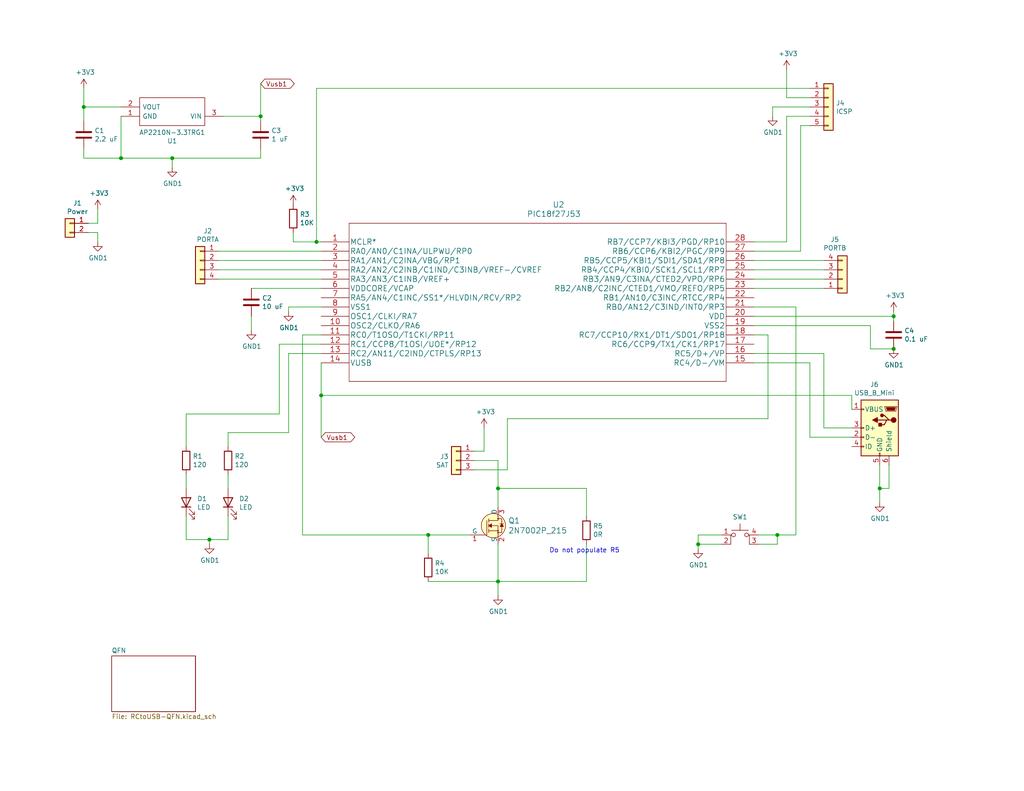
<source format=kicad_sch>
(kicad_sch (version 20211123) (generator eeschema)
  (paper "USLetter")
  (title_block (title "RCtoUSB") (rev "1.0") (company "Quantum Embedded Systems"))
  (lib_symbols
    (symbol "Connector:USB_B_Mini" (pin_names (offset 1.016))
      (property "Reference" "J" (at -5.08 11.43 0))
      (property "Value" "USB_B_Mini" (at -5.08 8.89 0))
      (symbol "USB_B_Mini_0_1"
        (rectangle (start -5.08 -7.62) (end 5.08 7.62) (stroke (width 0.254)) (fill (type background)))
        (circle (center -3.81 2.159) (radius 0.635) (stroke (width 0.254)) (fill (type outline)))
        (circle (center -0.635 3.429) (radius 0.381) (stroke (width 0.254)) (fill (type outline)))
        (rectangle (start -0.127 -7.62) (end 0.127 -6.858))
        (polyline (pts (xy -1.905 2.159) (xy 0.635 2.159)) (stroke (width 0.254)))
        (polyline (pts (xy -3.175 2.159) (xy -2.54 2.159) (xy -1.27 3.429) (xy -0.635 3.429)) (stroke (width 0.254)))
        (polyline (pts (xy -2.54 2.159) (xy -1.905 2.159) (xy -1.27 0.889) (xy 0 0.889)) (stroke (width 0.254)))
        (polyline (pts (xy 0.635 2.794) (xy 0.635 1.524) (xy 1.905 2.159) (xy 0.635 2.794)) (stroke (width 0.254)) (fill (type outline)))
        (polyline (pts (xy -4.318 5.588) (xy -1.778 5.588) (xy -2.032 4.826) (xy -4.064 4.826) (xy -4.318 5.588)) (fill (type outline)))
        (polyline (pts (xy -4.699 5.842) (xy -4.699 5.588) (xy -4.445 4.826) (xy -4.445 4.572) (xy -1.651 4.572) (xy -1.651 4.826) (xy -1.397 5.588) (xy -1.397 5.842) (xy -4.699 5.842)))
        (rectangle (start 0.254 1.27) (end -0.508 0.508) (stroke (width 0.254)) (fill (type outline)))
        (rectangle (start 5.08 -5.207) (end 4.318 -4.953))
        (rectangle (start 5.08 -2.667) (end 4.318 -2.413))
        (rectangle (start 5.08 -0.127) (end 4.318 0.127))
        (rectangle (start 5.08 4.953) (end 4.318 5.207))
      )
      (symbol "USB_B_Mini_1_1"
        (pin power_out line (at 7.62 5.08 180) (length 2.54) (name "VBUS") (number "1"))
        (pin bidirectional line (at 7.62 -2.54 180) (length 2.54) (name "D-") (number "2"))
        (pin bidirectional line (at 7.62 0 180) (length 2.54) (name "D+") (number "3"))
        (pin passive line (at 7.62 -5.08 180) (length 2.54) (name "ID") (number "4"))
        (pin power_out line (at 0 -10.16 90) (length 2.54) (name "GND") (number "5"))
        (pin passive line (at -2.54 -10.16 90) (length 2.54) (name "Shield") (number "6"))
      )
    )
    (symbol "Connector_Generic:Conn_01x02" (pin_names (offset 1.016) hide)
      (property "Reference" "J" (at 0 2.54 0))
      (property "Value" "Conn_01x02" (at 0 -5.08 0))
      (symbol "Conn_01x02_1_1"
        (rectangle (start -1.27 -2.413) (end 0 -2.667) (stroke (width 0.1524)))
        (rectangle (start -1.27 0.127) (end 0 -0.127) (stroke (width 0.1524)))
        (rectangle (start -1.27 1.27) (end 1.27 -3.81) (stroke (width 0.254)) (fill (type background)))
        (pin passive line (at -5.08 0 0) (length 3.81) (name "Pin_1") (number "1"))
        (pin passive line (at -5.08 -2.54 0) (length 3.81) (name "Pin_2") (number "2"))
      )
    )
    (symbol "Connector_Generic:Conn_01x03" (pin_names (offset 1.016) hide)
      (property "Reference" "J" (at 0 5.08 0))
      (property "Value" "Conn_01x03" (at 0 -5.08 0))
      (symbol "Conn_01x03_1_1"
        (rectangle (start -1.27 -2.413) (end 0 -2.667) (stroke (width 0.1524)))
        (rectangle (start -1.27 0.127) (end 0 -0.127) (stroke (width 0.1524)))
        (rectangle (start -1.27 2.667) (end 0 2.413) (stroke (width 0.1524)))
        (rectangle (start -1.27 3.81) (end 1.27 -3.81) (stroke (width 0.254)) (fill (type background)))
        (pin passive line (at -5.08 2.54 0) (length 3.81) (name "Pin_1") (number "1"))
        (pin passive line (at -5.08 0 0) (length 3.81) (name "Pin_2") (number "2"))
        (pin passive line (at -5.08 -2.54 0) (length 3.81) (name "Pin_3") (number "3"))
      )
    )
    (symbol "Connector_Generic:Conn_01x04" (pin_names (offset 1.016) hide)
      (property "Reference" "J" (at 0 5.08 0))
      (property "Value" "Conn_01x04" (at 0 -7.62 0))
      (symbol "Conn_01x04_1_1"
        (rectangle (start -1.27 -4.953) (end 0 -5.207) (stroke (width 0.1524)))
        (rectangle (start -1.27 -2.413) (end 0 -2.667) (stroke (width 0.1524)))
        (rectangle (start -1.27 0.127) (end 0 -0.127) (stroke (width 0.1524)))
        (rectangle (start -1.27 2.667) (end 0 2.413) (stroke (width 0.1524)))
        (rectangle (start -1.27 3.81) (end 1.27 -6.35) (stroke (width 0.254)) (fill (type background)))
        (pin passive line (at -5.08 2.54 0) (length 3.81) (name "Pin_1") (number "1"))
        (pin passive line (at -5.08 0 0) (length 3.81) (name "Pin_2") (number "2"))
        (pin passive line (at -5.08 -2.54 0) (length 3.81) (name "Pin_3") (number "3"))
        (pin passive line (at -5.08 -5.08 0) (length 3.81) (name "Pin_4") (number "4"))
      )
    )
    (symbol "Connector_Generic:Conn_01x05" (pin_names (offset 1.016) hide)
      (property "Reference" "J" (at 0 7.62 0))
      (property "Value" "Conn_01x05" (at 0 -7.62 0))
      (symbol "Conn_01x05_1_1"
        (rectangle (start -1.27 -4.953) (end 0 -5.207) (stroke (width 0.1524)))
        (rectangle (start -1.27 -2.413) (end 0 -2.667) (stroke (width 0.1524)))
        (rectangle (start -1.27 0.127) (end 0 -0.127) (stroke (width 0.1524)))
        (rectangle (start -1.27 2.667) (end 0 2.413) (stroke (width 0.1524)))
        (rectangle (start -1.27 5.207) (end 0 4.953) (stroke (width 0.1524)))
        (rectangle (start -1.27 6.35) (end 1.27 -6.35) (stroke (width 0.254)) (fill (type background)))
        (pin passive line (at -5.08 5.08 0) (length 3.81) (name "Pin_1") (number "1"))
        (pin passive line (at -5.08 2.54 0) (length 3.81) (name "Pin_2") (number "2"))
        (pin passive line (at -5.08 0 0) (length 3.81) (name "Pin_3") (number "3"))
        (pin passive line (at -5.08 -2.54 0) (length 3.81) (name "Pin_4") (number "4"))
        (pin passive line (at -5.08 -5.08 0) (length 3.81) (name "Pin_5") (number "5"))
      )
    )
    (symbol "Device:C" (pin_numbers hide) (pin_names (offset 0.254))
      (property "Reference" "C" (at 0.635 2.54 0))
      (property "Value" "C" (at 0.635 -2.54 0))
      (symbol "C_0_1"
        (polyline (pts (xy -2.032 -0.762) (xy 2.032 -0.762)) (stroke (width 0.508)))
        (polyline (pts (xy -2.032 0.762) (xy 2.032 0.762)) (stroke (width 0.508)))
      )
      (symbol "C_1_1"
        (pin passive line (at 0 3.81 270) (length 2.794) (name "~") (number "1"))
        (pin passive line (at 0 -3.81 90) (length 2.794) (name "~") (number "2"))
      )
    )
    (symbol "Device:LED" (pin_numbers hide) (pin_names (offset 1.016) hide)
      (property "Reference" "D" (at 0 2.54 0))
      (property "Value" "LED" (at 0 -2.54 0))
      (symbol "LED_0_1"
        (polyline (pts (xy -1.27 -1.27) (xy -1.27 1.27)) (stroke (width 0.254)))
        (polyline (pts (xy -1.27 0) (xy 1.27 0)))
        (polyline (pts (xy 1.27 -1.27) (xy 1.27 1.27) (xy -1.27 0) (xy 1.27 -1.27)) (stroke (width 0.254)))
        (polyline (pts (xy -3.048 -0.762) (xy -4.572 -2.286) (xy -3.81 -2.286) (xy -4.572 -2.286) (xy -4.572 -1.524)))
        (polyline (pts (xy -1.778 -0.762) (xy -3.302 -2.286) (xy -2.54 -2.286) (xy -3.302 -2.286) (xy -3.302 -1.524)))
      )
      (symbol "LED_1_1"
        (pin passive line (at -3.81 0 0) (length 2.54) (name "K") (number "1"))
        (pin passive line (at 3.81 0 180) (length 2.54) (name "A") (number "2"))
      )
    )
    (symbol "Device:R" (pin_numbers hide) (pin_names (offset 0))
      (property "Reference" "R" (at 2.032 0 90))
      (property "Value" "R" (at 0 0 90))
      (symbol "R_0_1"
        (rectangle (start -1.016 -2.54) (end 1.016 2.54) (stroke (width 0.254)))
      )
      (symbol "R_1_1"
        (pin passive line (at 0 3.81 270) (length 1.27) (name "~") (number "1"))
        (pin passive line (at 0 -3.81 90) (length 1.27) (name "~") (number "2"))
      )
    )
    (symbol "PIC18F27J53-SOIC:pic18f27j53-i_so" (pin_names (offset 0.254))
      (property "Reference" "U" (at 58.42 10.16 0))
      (property "Value" "pic18f27j53-i_so" (at 58.42 7.62 0))
      (symbol "pic18f27j53-i_so_0_1"
        (polyline (pts (xy 110.49 -38.1) (xy 7.62 -38.1)))
        (polyline (pts (xy 110.49 5.08) (xy 7.62 5.08)))
      )
      (symbol "pic18f27j53-i_so_1_1"
        (polyline (pts (xy 7.62 5.08) (xy 7.62 -38.1)) (stroke (width 0.127)))
        (polyline (pts (xy 110.49 -38.1) (xy 110.49 5.08)) (stroke (width 0.127)))
        (pin input line (at 0 0 0) (length 7.62) (name "MCLR*") (number "1"))
        (pin bidirectional line (at 0 -22.86 0) (length 7.62) (name "OSC2/CLKO/RA6") (number "10"))
        (pin bidirectional line (at 0 -25.4 0) (length 7.62) (name "RC0/T1OSO/T1CKI/RP11") (number "11"))
        (pin bidirectional line (at 0 -27.94 0) (length 7.62) (name "RC1/CCP8/T1OSI/UOE*/RP12") (number "12"))
        (pin bidirectional line (at 0 -30.48 0) (length 7.62) (name "RC2/AN11/C2IND/CTPLS/RP13") (number "13"))
        (pin power_in line (at 0 -33.02 0) (length 7.62) (name "VUSB") (number "14"))
        (pin bidirectional line (at 118.11 -33.02 180) (length 7.62) (name "RC4/D-/VM") (number "15"))
        (pin bidirectional line (at 118.11 -30.48 180) (length 7.62) (name "RC5/D+/VP") (number "16"))
        (pin bidirectional line (at 118.11 -27.94 180) (length 7.62) (name "RC6/CCP9/TX1/CK1/RP17") (number "17"))
        (pin bidirectional line (at 118.11 -25.4 180) (length 7.62) (name "RC7/CCP10/RX1/DT1/SDO1/RP18") (number "18"))
        (pin power_in line (at 118.11 -22.86 180) (length 7.62) (name "VSS2") (number "19"))
        (pin bidirectional line (at 0 -2.54 0) (length 7.62) (name "RA0/AN0/C1INA/ULPWU/RP0") (number "2"))
        (pin power_in line (at 118.11 -20.32 180) (length 7.62) (name "VDD") (number "20"))
        (pin bidirectional line (at 118.11 -17.78 180) (length 7.62) (name "RB0/AN12/C3IND/INT0/RP3") (number "21"))
        (pin bidirectional line (at 118.11 -15.24 180) (length 7.62) (name "RB1/AN10/C3INC/RTCC/RP4") (number "22"))
        (pin bidirectional line (at 118.11 -12.7 180) (length 7.62) (name "RB2/AN8/C2INC/CTED1/VMO/REFO/RP5") (number "23"))
        (pin bidirectional line (at 118.11 -10.16 180) (length 7.62) (name "RB3/AN9/C3INA/CTED2/VPO/RP6") (number "24"))
        (pin bidirectional line (at 118.11 -7.62 180) (length 7.62) (name "RB4/CCP4/KBI0/SCK1/SCL1/RP7") (number "25"))
        (pin bidirectional line (at 118.11 -5.08 180) (length 7.62) (name "RB5/CCP5/KBI1/SDI1/SDA1/RP8") (number "26"))
        (pin bidirectional line (at 118.11 -2.54 180) (length 7.62) (name "RB6/CCP6/KBI2/PGC/RP9") (number "27"))
        (pin bidirectional line (at 118.11 0 180) (length 7.62) (name "RB7/CCP7/KBI3/PGD/RP10") (number "28"))
        (pin bidirectional line (at 0 -5.08 0) (length 7.62) (name "RA1/AN1/C2INA/VBG/RP1") (number "3"))
        (pin bidirectional line (at 0 -7.62 0) (length 7.62) (name "RA2/AN2/C2INB/C1IND/C3INB/VREF-/CVREF") (number "4"))
        (pin bidirectional line (at 0 -10.16 0) (length 7.62) (name "RA3/AN3/C1INB/VREF+") (number "5"))
        (pin power_in line (at 0 -12.7 0) (length 7.62) (name "VDDCORE/VCAP") (number "6"))
        (pin bidirectional line (at 0 -15.24 0) (length 7.62) (name "RA5/AN4/C1INC/SS1*/HLVDIN/RCV/RP2") (number "7"))
        (pin power_in line (at 0 -17.78 0) (length 7.62) (name "VSS1") (number "8"))
        (pin bidirectional line (at 0 -20.32 0) (length 7.62) (name "OSC1/CLKI/RA7") (number "9"))
      )
    )
    (symbol "SamacSys_Parts:AP2210N-3.3TRG1" (pin_names (offset 0.762))
      (property "Reference" "IC" (at 24.13 7.62 0))
      (property "Value" "AP2210N-3.3TRG1" (at 24.13 5.08 0))
      (symbol "AP2210N-3.3TRG1_0_0"
        (pin passive line (at 0 0 0) (length 5.08) (name "GND") (number "1"))
        (pin passive line (at 0 -2.54 0) (length 5.08) (name "VOUT") (number "2"))
        (pin passive line (at 27.94 0 180) (length 5.08) (name "VIN") (number "3"))
      )
      (symbol "AP2210N-3.3TRG1_0_1"
        (polyline (pts (xy 5.08 2.54) (xy 22.86 2.54) (xy 22.86 -5.08) (xy 5.08 -5.08) (xy 5.08 2.54)) (stroke (width 0.1524)))
      )
    )
    (symbol "Switch:SW_MEC_5E" (pin_names (offset 1.016) hide)
      (property "Reference" "SW" (at 0.635 5.715 0))
      (property "Value" "SW_MEC_5E" (at 0 -3.175 0))
      (symbol "SW_MEC_5E_0_1"
        (circle (center -1.778 2.54) (radius 0.508))
        (polyline (pts (xy -2.286 3.81) (xy 2.286 3.81)))
        (polyline (pts (xy 0 3.81) (xy 0 5.588)))
        (polyline (pts (xy -2.54 0) (xy -2.54 2.54) (xy -2.286 2.54)))
        (polyline (pts (xy 2.54 0) (xy 2.54 2.54) (xy 2.286 2.54)))
        (circle (center 1.778 2.54) (radius 0.508))
        (pin passive line (at -5.08 2.54 0) (length 2.54) (name "1") (number "1"))
        (pin passive line (at -5.08 0 0) (length 2.54) (name "2") (number "2"))
        (pin passive line (at 5.08 0 180) (length 2.54) (name "K") (number "3"))
        (pin passive line (at 5.08 2.54 180) (length 2.54) (name "A") (number "4"))
      )
    )
    (symbol "dk_Transistors-FETs-MOSFETs-Single:2N7002P_215" (pin_names (offset 0))
      (property "Reference" "Q" (at -2.6924 3.6322 0))
      (property "Value" "dk_Transistors-FETs-MOSFETs-Single_2N7002P_215" (at 3.4544 0 90))
      (symbol "2N7002P_215_0_1"
        (circle (center -1.27 0) (radius 3.302) (fill (type background)))
        (circle (center 0 -1.905) (radius 0.127))
        (circle (center 0 -1.397) (radius 0.127))
        (polyline (pts (xy 0 -1.397) (xy -2.54 -1.397)))
        (polyline (pts (xy -5.08 -2.54) (xy -3.048 -2.54) (xy -3.048 1.397)))
        (polyline (pts (xy 0 -2.54) (xy 0 0) (xy -2.54 0)))
        (polyline (pts (xy 0 2.54) (xy 0 1.397) (xy -2.54 1.397)))
        (polyline (pts (xy -0.127 -1.905) (xy 1.016 -1.905) (xy 1.016 1.397) (xy 1.016 1.905) (xy -0.127 1.905)))
        (circle (center 0 1.905) (radius 0.127))
      )
      (symbol "2N7002P_215_1_1"
        (polyline (pts (xy -2.54 -1.397) (xy -2.54 -1.905)))
        (polyline (pts (xy -2.54 -1.397) (xy -2.54 -0.889)))
        (polyline (pts (xy -2.54 0) (xy -2.54 -0.508)))
        (polyline (pts (xy -2.54 0) (xy -2.54 0.508)))
        (polyline (pts (xy -2.54 1.905) (xy -2.54 0.889)))
        (polyline (pts (xy 1.524 0.508) (xy 0.508 0.508)))
        (polyline (pts (xy -2.54 0) (xy -1.778 0.508) (xy -1.778 -0.508) (xy -2.54 0)) (fill (type outline)))
        (polyline (pts (xy 1.016 0.508) (xy 0.508 -0.254) (xy 1.524 -0.254) (xy 1.016 0.508)) (fill (type outline)))
        (pin bidirectional line (at -7.62 -2.54 0) (length 2.54) (name "G") (number "1"))
        (pin bidirectional line (at 0 -5.08 90) (length 2.54) (name "S") (number "2"))
        (pin bidirectional line (at 0 5.08 270) (length 2.54) (name "D") (number "3"))
      )
    )
    (symbol "power:+3.3V" (power) (pin_names (offset 0))
      (property "Value" "+3.3V" (at 0 3.556 0))
      (symbol "+3.3V_0_1"
        (polyline (pts (xy -0.762 1.27) (xy 0 2.54)))
        (polyline (pts (xy 0 0) (xy 0 2.54)))
        (polyline (pts (xy 0 2.54) (xy 0.762 1.27)))
      )
      (symbol "+3.3V_1_1"
        (pin power_in line (at 0 0 90) (length 0) hide (name "+3V3") (number "1"))
      )
    )
    (symbol "power:GND1" (power) (pin_names (offset 0))
      (property "Value" "GND1" (at 0 -3.81 0))
      (symbol "GND1_0_1"
        (polyline (pts (xy 0 0) (xy 0 -1.27) (xy 1.27 -1.27) (xy 0 -2.54) (xy -1.27 -1.27) (xy 0 -1.27)))
      )
      (symbol "GND1_1_1"
        (pin power_in line (at 0 0 270) (length 0) hide (name "GND1") (number "1"))
      )
    )
  )
  (junction (at 22.86 29.21))
  (junction (at 87.63 107.95))
  (junction (at 71.12 31.75))
  (junction (at 116.84 146.05))
  (junction (at 46.99 43.18))
  (junction (at 135.89 133.35))
  (junction (at 243.84 95.25))
  (junction (at 86.36 66.04))
  (junction (at 243.84 86.36))
  (junction (at 240.03 133.35))
  (junction (at 190.5 148.59))
  (junction (at 212.09 146.05))
  (junction (at 135.89 158.75))
  (junction (at 33.02 43.18))
  (junction (at 57.15 147.32))
  (wire (pts (xy 135.89 148.59) (xy 135.89 158.75)))
  (wire (pts (xy 207.01 146.05) (xy 212.09 146.05)))
  (wire (pts (xy 86.36 66.04) (xy 80.01 66.04)))
  (wire (pts (xy 86.36 24.13) (xy 86.36 66.04)))
  (wire (pts (xy 129.54 125.73) (xy 135.89 125.73)))
  (wire (pts (xy 24.13 63.5) (xy 26.67 63.5)))
  (wire (pts (xy 22.86 29.21) (xy 22.86 33.02)))
  (wire (pts (xy 224.79 96.52) (xy 224.79 116.84)))
  (wire (pts (xy 210.82 29.21) (xy 210.82 31.75)))
  (wire (pts (xy 87.63 78.74) (xy 68.58 78.74)))
  (wire (pts (xy 205.74 96.52) (xy 224.79 96.52)))
  (wire (pts (xy 87.63 107.95) (xy 232.41 107.95)))
  (wire (pts (xy 50.8 129.54) (xy 50.8 133.35)))
  (wire (pts (xy 205.74 88.9) (xy 237.49 88.9)))
  (wire (pts (xy 242.57 127) (xy 242.57 133.35)))
  (wire (pts (xy 87.63 96.52) (xy 78.74 96.52)))
  (wire (pts (xy 214.63 66.04) (xy 214.63 31.75)))
  (wire (pts (xy 135.89 125.73) (xy 135.89 133.35)))
  (wire (pts (xy 33.02 31.75) (xy 33.02 43.18)))
  (wire (pts (xy 33.02 29.21) (xy 22.86 29.21)))
  (wire (pts (xy 50.8 113.03) (xy 50.8 121.92)))
  (wire (pts (xy 135.89 158.75) (xy 135.89 162.56)))
  (wire (pts (xy 87.63 66.04) (xy 86.36 66.04)))
  (wire (pts (xy 87.63 68.58) (xy 59.69 68.58)))
  (wire (pts (xy 87.63 73.66) (xy 59.69 73.66)))
  (wire (pts (xy 212.09 148.59) (xy 212.09 146.05)))
  (wire (pts (xy 46.99 43.18) (xy 46.99 45.72)))
  (wire (pts (xy 76.2 93.98) (xy 76.2 113.03)))
  (wire (pts (xy 68.58 86.36) (xy 68.58 90.17)))
  (wire (pts (xy 132.08 123.19) (xy 132.08 116.84)))
  (wire (pts (xy 78.74 96.52) (xy 78.74 118.11)))
  (wire (pts (xy 62.23 129.54) (xy 62.23 133.35)))
  (wire (pts (xy 214.63 26.67) (xy 214.63 19.05)))
  (wire (pts (xy 78.74 118.11) (xy 62.23 118.11)))
  (wire (pts (xy 57.15 147.32) (xy 57.15 148.59)))
  (wire (pts (xy 62.23 147.32) (xy 57.15 147.32)))
  (wire (pts (xy 22.86 40.64) (xy 22.86 43.18)))
  (wire (pts (xy 218.44 68.58) (xy 218.44 34.29)))
  (wire (pts (xy 205.74 83.82) (xy 217.17 83.82)))
  (wire (pts (xy 209.55 114.3) (xy 138.43 114.3)))
  (wire (pts (xy 196.85 148.59) (xy 190.5 148.59)))
  (wire (pts (xy 87.63 93.98) (xy 76.2 93.98)))
  (wire (pts (xy 80.01 66.04) (xy 80.01 63.5)))
  (wire (pts (xy 196.85 146.05) (xy 190.5 146.05)))
  (wire (pts (xy 129.54 123.19) (xy 132.08 123.19)))
  (wire (pts (xy 87.63 99.06) (xy 87.63 107.95)))
  (wire (pts (xy 242.57 133.35) (xy 240.03 133.35)))
  (wire (pts (xy 24.13 60.96) (xy 26.67 60.96)))
  (wire (pts (xy 71.12 43.18) (xy 46.99 43.18)))
  (wire (pts (xy 207.01 148.59) (xy 212.09 148.59)))
  (wire (pts (xy 205.74 91.44) (xy 209.55 91.44)))
  (wire (pts (xy 26.67 63.5) (xy 26.67 66.04)))
  (wire (pts (xy 205.74 68.58) (xy 218.44 68.58)))
  (wire (pts (xy 243.84 85.09) (xy 243.84 86.36)))
  (wire (pts (xy 240.03 133.35) (xy 240.03 137.16)))
  (wire (pts (xy 209.55 91.44) (xy 209.55 114.3)))
  (wire (pts (xy 220.98 26.67) (xy 214.63 26.67)))
  (wire (pts (xy 220.98 119.38) (xy 232.41 119.38)))
  (wire (pts (xy 60.96 31.75) (xy 71.12 31.75)))
  (wire (pts (xy 240.03 127) (xy 240.03 133.35)))
  (wire (pts (xy 87.63 76.2) (xy 59.69 76.2)))
  (wire (pts (xy 116.84 151.13) (xy 116.84 146.05)))
  (wire (pts (xy 205.74 76.2) (xy 224.79 76.2)))
  (wire (pts (xy 220.98 29.21) (xy 210.82 29.21)))
  (wire (pts (xy 71.12 40.64) (xy 71.12 43.18)))
  (wire (pts (xy 71.12 33.02) (xy 71.12 31.75)))
  (wire (pts (xy 116.84 146.05) (xy 128.27 146.05)))
  (wire (pts (xy 62.23 140.97) (xy 62.23 147.32)))
  (wire (pts (xy 160.02 140.97) (xy 160.02 133.35)))
  (wire (pts (xy 224.79 116.84) (xy 232.41 116.84)))
  (wire (pts (xy 50.8 140.97) (xy 50.8 147.32)))
  (wire (pts (xy 160.02 158.75) (xy 135.89 158.75)))
  (wire (pts (xy 205.74 66.04) (xy 214.63 66.04)))
  (wire (pts (xy 205.74 73.66) (xy 224.79 73.66)))
  (wire (pts (xy 22.86 24.13) (xy 22.86 29.21)))
  (wire (pts (xy 205.74 86.36) (xy 243.84 86.36)))
  (wire (pts (xy 160.02 133.35) (xy 135.89 133.35)))
  (wire (pts (xy 138.43 128.27) (xy 129.54 128.27)))
  (wire (pts (xy 87.63 71.12) (xy 59.69 71.12)))
  (wire (pts (xy 76.2 113.03) (xy 50.8 113.03)))
  (wire (pts (xy 82.55 91.44) (xy 82.55 146.05)))
  (wire (pts (xy 214.63 31.75) (xy 220.98 31.75)))
  (wire (pts (xy 82.55 146.05) (xy 116.84 146.05)))
  (wire (pts (xy 78.74 83.82) (xy 78.74 85.09)))
  (wire (pts (xy 243.84 86.36) (xy 243.84 87.63)))
  (wire (pts (xy 220.98 24.13) (xy 86.36 24.13)))
  (wire (pts (xy 62.23 118.11) (xy 62.23 121.92)))
  (wire (pts (xy 33.02 43.18) (xy 46.99 43.18)))
  (wire (pts (xy 237.49 95.25) (xy 243.84 95.25)))
  (wire (pts (xy 87.63 83.82) (xy 78.74 83.82)))
  (wire (pts (xy 71.12 31.75) (xy 71.12 22.86)))
  (wire (pts (xy 190.5 146.05) (xy 190.5 148.59)))
  (wire (pts (xy 205.74 78.74) (xy 224.79 78.74)))
  (wire (pts (xy 50.8 147.32) (xy 57.15 147.32)))
  (wire (pts (xy 135.89 133.35) (xy 135.89 138.43)))
  (wire (pts (xy 205.74 99.06) (xy 220.98 99.06)))
  (wire (pts (xy 220.98 99.06) (xy 220.98 119.38)))
  (wire (pts (xy 138.43 114.3) (xy 138.43 128.27)))
  (wire (pts (xy 190.5 148.59) (xy 190.5 149.86)))
  (wire (pts (xy 232.41 107.95) (xy 232.41 111.76)))
  (wire (pts (xy 116.84 158.75) (xy 135.89 158.75)))
  (wire (pts (xy 218.44 34.29) (xy 220.98 34.29)))
  (wire (pts (xy 87.63 107.95) (xy 87.63 119.38)))
  (wire (pts (xy 87.63 91.44) (xy 82.55 91.44)))
  (wire (pts (xy 26.67 60.96) (xy 26.67 57.15)))
  (wire (pts (xy 205.74 71.12) (xy 224.79 71.12)))
  (wire (pts (xy 160.02 148.59) (xy 160.02 158.75)))
  (wire (pts (xy 212.09 146.05) (xy 217.17 146.05)))
  (wire (pts (xy 217.17 83.82) (xy 217.17 146.05)))
  (wire (pts (xy 22.86 43.18) (xy 33.02 43.18)))
  (wire (pts (xy 237.49 88.9) (xy 237.49 95.25)))
  (text "Do not populate R5" (at 149.86 151.13 0) (effects (font (size 1.27 1.27)) (justify left bottom)))
  (global_label "Vusb1" (shape bidirectional) (at 87.63 119.38 0) (property "Intersheet References" "${INTERSHEET_REFS}" (effects hide)))
  (global_label "Vusb1" (shape bidirectional) (at 71.12 22.86 0) (property "Intersheet References" "${INTERSHEET_REFS}" (effects hide)))
  (symbol (lib_id "PIC18F27J53-SOIC:pic18f27j53-i_so") (at 87.63 66.04 0) (unit 1)
    (property "Reference" "U2" (at 152.4 55.88 0) (effects (font (size 1.524 1.524))))
    (property "Value" "PIC18f27J53" (at 151.13 58.42 0) (effects (font (size 1.524 1.524))))
    (property "Footprint" "PIC18-SOIC:pic18f27j53-i&slash_so" (effects hide))
  )
  (symbol (lib_id "Device:C") (at 22.86 36.83 0) (unit 1)
    (property "Reference" "C1" (at 25.781 35.6616 0) (effects (justify left)))
    (property "Value" "2.2 uF" (at 25.781 37.973 0) (effects (justify left)))
    (property "Footprint" "Capacitor_SMD:C_0805_2012Metric" (effects hide))
  )
  (symbol (lib_id "Device:C") (at 71.12 36.83 0) (unit 1)
    (property "Reference" "C3" (at 74.041 35.6616 0) (effects (justify left)))
    (property "Value" "1 uF" (at 74.041 37.973 0) (effects (justify left)))
    (property "Footprint" "Capacitor_SMD:C_0805_2012Metric" (effects hide))
  )
  (symbol (lib_id "power:GND1") (at 78.74 85.09 0) (unit 1)
    (property "Reference" "#PWR07" (effects hide))
    (property "Value" "GND1" (at 78.867 89.4842 0))
  )
  (symbol (lib_id "Device:C") (at 243.84 91.44 0) (unit 1)
    (property "Reference" "C4" (at 246.761 90.2716 0) (effects (justify left)))
    (property "Value" "0.1 uF" (at 246.761 92.583 0) (effects (justify left)))
    (property "Footprint" "Capacitor_SMD:C_0805_2012Metric" (effects hide))
  )
  (symbol (lib_id "power:GND1") (at 240.03 137.16 0) (unit 1)
    (property "Reference" "#PWR014" (effects hide))
    (property "Value" "GND1" (at 240.157 141.5542 0))
  )
  (symbol (lib_id "SamacSys_Parts:AP2210N-3.3TRG1") (at 33.02 31.75 0) (mirror x) (unit 1)
    (property "Reference" "U1" (at 46.99 38.481 0))
    (property "Value" "AP2210N-3.3TRG1" (at 46.99 36.1696 0))
    (property "Footprint" "SamacSys_Parts:SOT95P280X145-3N" (effects hide))
    (property "Description" "DiodesZetex AP2210N-3.3TRG1, Low Noise LDO Voltage Regulator, 300mA, 3.3 V +/-2%, 2.5  13.2 Vin, 3-Pin SOT-23" (effects hide))
    (property "Height" "1.45" (effects hide))
    (property "Mouser Part Number" "621-AP2210N-3.3TRG1" (effects hide))
    (property "Mouser Price/Stock" "https://www.mouser.co.uk/ProductDetail/Diodes-Incorporated/AP2210N-33TRG1?qs=x6A8l6qLYDCg5Ghihwjj3A%3D%3D" (effects hide))
    (property "Manufacturer_Name" "Diodes Inc." (effects hide))
    (property "Manufacturer_Part_Number" "AP2210N-3.3TRG1" (effects hide))
  )
  (symbol (lib_id "Connector:USB_B_Mini") (at 240.03 116.84 0) (mirror y) (unit 1)
    (property "Reference" "J6" (at 238.5822 104.9782 0))
    (property "Value" "USB_B_Mini" (at 238.5822 107.2896 0))
    (property "Footprint" "Connector_USB:USB_Mini-B_Wuerth_65100516121_Horizontal" (effects hide))
  )
  (symbol (lib_id "power:GND1") (at 46.99 45.72 0) (unit 1)
    (property "Reference" "#PWR04" (effects hide))
    (property "Value" "GND1" (at 47.117 50.1142 0))
  )
  (symbol (lib_id "Device:R") (at 50.8 125.73 0) (unit 1)
    (property "Reference" "R1" (at 52.578 124.5616 0) (effects (justify left)))
    (property "Value" "120" (at 52.578 126.873 0) (effects (justify left)))
    (property "Footprint" "Resistor_SMD:R_0805_2012Metric" (effects hide))
  )
  (symbol (lib_id "Device:R") (at 62.23 125.73 0) (unit 1)
    (property "Reference" "R2" (at 64.008 124.5616 0) (effects (justify left)))
    (property "Value" "120" (at 64.008 126.873 0) (effects (justify left)))
    (property "Footprint" "Resistor_SMD:R_0805_2012Metric" (effects hide))
  )
  (symbol (lib_id "power:+3.3V") (at 22.86 24.13 0) (unit 1)
    (property "Reference" "#PWR01" (effects hide))
    (property "Value" "+3.3V" (at 23.241 19.7358 0))
  )
  (symbol (lib_id "dk_Transistors-FETs-MOSFETs-Single:2N7002P_215") (at 135.89 143.51 0) (unit 1)
    (property "Reference" "Q1" (at 138.6332 142.1638 0) (effects (font (size 1.524 1.524)) (justify left)))
    (property "Value" "2N7002P_215" (at 138.6332 144.8562 0) (effects (font (size 1.524 1.524)) (justify left)))
    (property "Footprint" "digikey-footprints:SOT-23-3" (effects hide))
    (property "Datasheet" "https://assets.nexperia.com/documents/data-sheet/2N7002P.pdf" (effects hide))
    (property "Digi-Key_PN" "1727-4692-1-ND" (effects hide))
    (property "MPN" "2N7002P,215" (effects hide))
    (property "Category" "Discrete Semiconductor Products" (effects hide))
    (property "Family" "Transistors - FETs, MOSFETs - Single" (effects hide))
    (property "DK_Datasheet_Link" "https://assets.nexperia.com/documents/data-sheet/2N7002P.pdf" (effects hide))
    (property "DK_Detail_Page" "/product-detail/en/nexperia-usa-inc/2N7002P,215/1727-4692-1-ND/2531105" (effects hide))
    (property "Description" "MOSFET N-CH 60V 0.36A SOT-23" (effects hide))
    (property "Manufacturer" "Nexperia USA Inc." (effects hide))
    (property "Status" "Active" (effects hide))
  )
  (symbol (lib_id "Device:R") (at 116.84 154.94 0) (unit 1)
    (property "Reference" "R4" (at 118.618 153.7716 0) (effects (justify left)))
    (property "Value" "10K" (at 118.618 156.083 0) (effects (justify left)))
    (property "Footprint" "Resistor_SMD:R_0805_2012Metric" (effects hide))
  )
  (symbol (lib_id "Device:LED") (at 50.8 137.16 90) (unit 1)
    (property "Reference" "D1" (at 53.7972 136.1694 90) (effects (justify right)))
    (property "Value" "LED" (at 53.7972 138.4808 90) (effects (justify right)))
    (property "Footprint" "LED_SMD:LED_0805_2012Metric" (effects hide))
  )
  (symbol (lib_id "Connector_Generic:Conn_01x05") (at 226.06 29.21 0) (unit 1)
    (property "Reference" "J4" (at 228.092 28.1432 0) (effects (justify left)))
    (property "Value" "ICSP" (at 228.092 30.4546 0) (effects (justify left)))
    (property "Footprint" "Connector_PinHeader_2.54mm:PinHeader_1x05_P2.54mm_Vertical" (effects hide))
  )
  (symbol (lib_id "power:+3.3V") (at 243.84 85.09 0) (unit 1)
    (property "Reference" "#PWR015" (effects hide))
    (property "Value" "+3.3V" (at 244.221 80.6958 0))
  )
  (symbol (lib_id "Device:LED") (at 62.23 137.16 90) (unit 1)
    (property "Reference" "D2" (at 65.2272 136.1694 90) (effects (justify right)))
    (property "Value" "LED" (at 65.2272 138.4808 90) (effects (justify right)))
    (property "Footprint" "LED_SMD:LED_0805_2012Metric" (effects hide))
  )
  (symbol (lib_id "Connector_Generic:Conn_01x03") (at 124.46 125.73 0) (mirror y) (unit 1)
    (property "Reference" "J3" (at 122.428 124.6632 0) (effects (justify left)))
    (property "Value" "SAT" (at 122.428 126.9746 0) (effects (justify left)))
    (property "Footprint" "JST-withZH:JST_ZH_B3B-ZR_1x03_P1.50mm_Vertical" (effects hide))
  )
  (symbol (lib_id "Device:R") (at 80.01 59.69 0) (unit 1)
    (property "Reference" "R3" (at 81.788 58.5216 0) (effects (justify left)))
    (property "Value" "10K" (at 81.788 60.833 0) (effects (justify left)))
    (property "Footprint" "Resistor_SMD:R_0805_2012Metric" (effects hide))
  )
  (symbol (lib_id "power:GND1") (at 243.84 95.25 0) (unit 1)
    (property "Reference" "#PWR016" (effects hide))
    (property "Value" "GND1" (at 243.967 99.6442 0))
  )
  (symbol (lib_id "Device:C") (at 68.58 82.55 0) (unit 1)
    (property "Reference" "C2" (at 71.501 81.3816 0) (effects (justify left)))
    (property "Value" "10 uF" (at 71.501 83.693 0) (effects (justify left)))
    (property "Footprint" "Capacitor_SMD:C_0805_2012Metric" (effects hide))
  )
  (symbol (lib_id "power:+3.3V") (at 80.01 55.88 0) (unit 1)
    (property "Reference" "#PWR08" (effects hide))
    (property "Value" "+3.3V" (at 80.391 51.4858 0))
  )
  (symbol (lib_id "power:GND1") (at 57.15 148.59 0) (unit 1)
    (property "Reference" "#PWR05" (effects hide))
    (property "Value" "GND1" (at 57.277 152.9842 0))
  )
  (symbol (lib_id "power:GND1") (at 210.82 31.75 0) (unit 1)
    (property "Reference" "#PWR011" (effects hide))
    (property "Value" "GND1" (at 210.947 36.1442 0))
  )
  (symbol (lib_id "power:+3.3V") (at 214.63 19.05 0) (unit 1)
    (property "Reference" "#PWR013" (effects hide))
    (property "Value" "+3.3V" (at 215.011 14.6558 0))
  )
  (symbol (lib_id "power:GND1") (at 190.5 149.86 0) (unit 1)
    (property "Reference" "#PWR012" (effects hide))
    (property "Value" "GND1" (at 190.627 154.2542 0))
  )
  (symbol (lib_id "power:GND1") (at 68.58 90.17 0) (unit 1)
    (property "Reference" "#PWR06" (effects hide))
    (property "Value" "GND1" (at 68.707 94.5642 0))
  )
  (symbol (lib_id "Connector_Generic:Conn_01x04") (at 54.61 71.12 0) (mirror y) (unit 1)
    (property "Reference" "J2" (at 56.6928 63.0682 0))
    (property "Value" "PORTA" (at 56.6928 65.3796 0))
    (property "Footprint" "Connector_PinSocket_2.54mm:PinSocket_1x04_P2.54mm_Vertical" (effects hide))
  )
  (symbol (lib_id "Connector_Generic:Conn_01x04") (at 229.87 76.2 0) (mirror x) (unit 1)
    (property "Reference" "J5" (at 227.7872 65.405 0))
    (property "Value" "PORTB" (at 227.7872 67.7164 0))
    (property "Footprint" "Connector_PinSocket_2.54mm:PinSocket_1x04_P2.54mm_Vertical" (effects hide))
  )
  (symbol (lib_id "Connector_Generic:Conn_01x02") (at 19.05 60.96 0) (mirror y) (unit 1)
    (property "Reference" "J1" (at 21.1328 55.4482 0))
    (property "Value" "Power" (at 21.1328 57.7596 0))
    (property "Footprint" "Connector_PinSocket_2.54mm:PinSocket_1x02_P2.54mm_Vertical" (effects hide))
  )
  (symbol (lib_id "power:GND1") (at 135.89 162.56 0) (unit 1)
    (property "Reference" "#PWR010" (effects hide))
    (property "Value" "GND1" (at 136.017 166.9542 0))
  )
  (symbol (lib_id "Device:R") (at 160.02 144.78 0) (unit 1)
    (property "Reference" "R5" (at 161.798 143.6116 0) (effects (justify left)))
    (property "Value" "0R" (at 161.798 145.923 0) (effects (justify left)))
    (property "Footprint" "Resistor_SMD:R_0805_2012Metric" (effects hide))
  )
  (symbol (lib_id "power:+3.3V") (at 132.08 116.84 0) (unit 1)
    (property "Reference" "#PWR0101" (effects hide))
    (property "Value" "+3.3V" (at 132.461 112.4458 0))
  )
  (symbol (lib_id "power:GND1") (at 26.67 66.04 0) (unit 1)
    (property "Reference" "#PWR03" (effects hide))
    (property "Value" "GND1" (at 26.797 70.4342 0))
  )
  (symbol (lib_id "power:+3.3V") (at 26.67 57.15 0) (unit 1)
    (property "Reference" "#PWR02" (effects hide))
    (property "Value" "+3.3V" (at 27.051 52.7558 0))
  )
  (symbol (lib_id "Switch:SW_MEC_5E") (at 201.93 148.59 0) (unit 1)
    (property "Reference" "SW1" (at 201.93 141.1478 0))
    (property "Value" "SW_MEC_5E" (effects hide))
    (property "Footprint" "SamacSys_Parts:FSM16JH" (effects hide))
    (property "Datasheet" "http://www.apem.com/int/index.php?controller=attachment&id_attachment=1371" (effects hide))
  )
  (sheet (at 30.48 179.07) (size 22.86 15.24)
    (property "Sheet name" "QFN" (at 30.48 178.3584 0) (effects (justify left bottom)))
    (property "Sheet file" "RCtoUSB-QFN.kicad_sch" (at 30.48 194.8946 0) (effects (justify left top)))
  )
)
</source>
